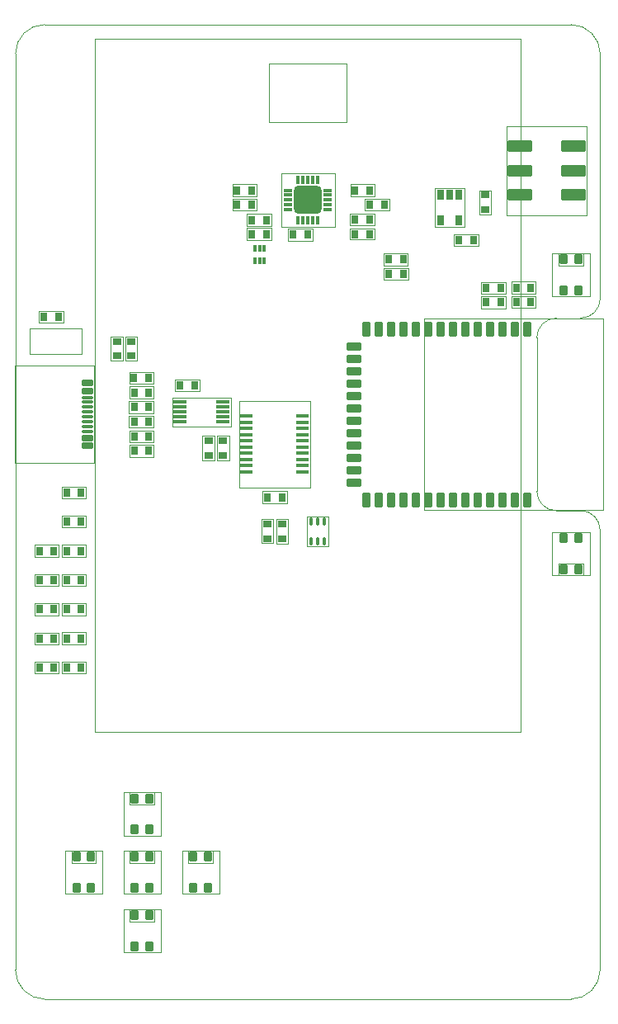
<source format=gtp>
G04*
G04 #@! TF.GenerationSoftware,Altium Limited,Altium Designer,22.10.1 (41)*
G04*
G04 Layer_Color=8421504*
%FSLAX44Y44*%
%MOMM*%
G71*
G04*
G04 #@! TF.SameCoordinates,9034F27D-8993-4B38-BF2F-AE75C4F05548*
G04*
G04*
G04 #@! TF.FilePolarity,Positive*
G04*
G01*
G75*
%ADD11C,0.1000*%
G04:AMPARAMS|DCode=13|XSize=0.7mm|YSize=0.9mm|CornerRadius=0.0875mm|HoleSize=0mm|Usage=FLASHONLY|Rotation=0.000|XOffset=0mm|YOffset=0mm|HoleType=Round|Shape=RoundedRectangle|*
%AMROUNDEDRECTD13*
21,1,0.7000,0.7250,0,0,0.0*
21,1,0.5250,0.9000,0,0,0.0*
1,1,0.1750,0.2625,-0.3625*
1,1,0.1750,-0.2625,-0.3625*
1,1,0.1750,-0.2625,0.3625*
1,1,0.1750,0.2625,0.3625*
%
%ADD13ROUNDEDRECTD13*%
G04:AMPARAMS|DCode=14|XSize=1.5mm|YSize=0.9mm|CornerRadius=0.1125mm|HoleSize=0mm|Usage=FLASHONLY|Rotation=270.000|XOffset=0mm|YOffset=0mm|HoleType=Round|Shape=RoundedRectangle|*
%AMROUNDEDRECTD14*
21,1,1.5000,0.6750,0,0,270.0*
21,1,1.2750,0.9000,0,0,270.0*
1,1,0.2250,-0.3375,-0.6375*
1,1,0.2250,-0.3375,0.6375*
1,1,0.2250,0.3375,0.6375*
1,1,0.2250,0.3375,-0.6375*
%
%ADD14ROUNDEDRECTD14*%
G04:AMPARAMS|DCode=15|XSize=1.5mm|YSize=0.9mm|CornerRadius=0.1125mm|HoleSize=0mm|Usage=FLASHONLY|Rotation=180.000|XOffset=0mm|YOffset=0mm|HoleType=Round|Shape=RoundedRectangle|*
%AMROUNDEDRECTD15*
21,1,1.5000,0.6750,0,0,180.0*
21,1,1.2750,0.9000,0,0,180.0*
1,1,0.2250,-0.6375,0.3375*
1,1,0.2250,0.6375,0.3375*
1,1,0.2250,0.6375,-0.3375*
1,1,0.2250,-0.6375,-0.3375*
%
%ADD15ROUNDEDRECTD15*%
G04:AMPARAMS|DCode=16|XSize=0.7mm|YSize=0.9mm|CornerRadius=0.0875mm|HoleSize=0mm|Usage=FLASHONLY|Rotation=90.000|XOffset=0mm|YOffset=0mm|HoleType=Round|Shape=RoundedRectangle|*
%AMROUNDEDRECTD16*
21,1,0.7000,0.7250,0,0,90.0*
21,1,0.5250,0.9000,0,0,90.0*
1,1,0.1750,0.3625,0.2625*
1,1,0.1750,0.3625,-0.2625*
1,1,0.1750,-0.3625,-0.2625*
1,1,0.1750,-0.3625,0.2625*
%
%ADD16ROUNDEDRECTD16*%
G04:AMPARAMS|DCode=17|XSize=2.8mm|YSize=2.8mm|CornerRadius=0.35mm|HoleSize=0mm|Usage=FLASHONLY|Rotation=180.000|XOffset=0mm|YOffset=0mm|HoleType=Round|Shape=RoundedRectangle|*
%AMROUNDEDRECTD17*
21,1,2.8000,2.1000,0,0,180.0*
21,1,2.1000,2.8000,0,0,180.0*
1,1,0.7000,-1.0500,1.0500*
1,1,0.7000,1.0500,1.0500*
1,1,0.7000,1.0500,-1.0500*
1,1,0.7000,-1.0500,-1.0500*
%
%ADD17ROUNDEDRECTD17*%
G04:AMPARAMS|DCode=18|XSize=0.9mm|YSize=0.3mm|CornerRadius=0.0375mm|HoleSize=0mm|Usage=FLASHONLY|Rotation=180.000|XOffset=0mm|YOffset=0mm|HoleType=Round|Shape=RoundedRectangle|*
%AMROUNDEDRECTD18*
21,1,0.9000,0.2250,0,0,180.0*
21,1,0.8250,0.3000,0,0,180.0*
1,1,0.0750,-0.4125,0.1125*
1,1,0.0750,0.4125,0.1125*
1,1,0.0750,0.4125,-0.1125*
1,1,0.0750,-0.4125,-0.1125*
%
%ADD18ROUNDEDRECTD18*%
G04:AMPARAMS|DCode=19|XSize=0.9mm|YSize=0.3mm|CornerRadius=0.0375mm|HoleSize=0mm|Usage=FLASHONLY|Rotation=90.000|XOffset=0mm|YOffset=0mm|HoleType=Round|Shape=RoundedRectangle|*
%AMROUNDEDRECTD19*
21,1,0.9000,0.2250,0,0,90.0*
21,1,0.8250,0.3000,0,0,90.0*
1,1,0.0750,0.1125,0.4125*
1,1,0.0750,0.1125,-0.4125*
1,1,0.0750,-0.1125,-0.4125*
1,1,0.0750,-0.1125,0.4125*
%
%ADD19ROUNDEDRECTD19*%
G04:AMPARAMS|DCode=20|XSize=0.4mm|YSize=1.27mm|CornerRadius=0.05mm|HoleSize=0mm|Usage=FLASHONLY|Rotation=270.000|XOffset=0mm|YOffset=0mm|HoleType=Round|Shape=RoundedRectangle|*
%AMROUNDEDRECTD20*
21,1,0.4000,1.1700,0,0,270.0*
21,1,0.3000,1.2700,0,0,270.0*
1,1,0.1000,-0.5850,-0.1500*
1,1,0.1000,-0.5850,0.1500*
1,1,0.1000,0.5850,0.1500*
1,1,0.1000,0.5850,-0.1500*
%
%ADD20ROUNDEDRECTD20*%
G04:AMPARAMS|DCode=21|XSize=0.3mm|YSize=0.8mm|CornerRadius=0.0375mm|HoleSize=0mm|Usage=FLASHONLY|Rotation=0.000|XOffset=0mm|YOffset=0mm|HoleType=Round|Shape=RoundedRectangle|*
%AMROUNDEDRECTD21*
21,1,0.3000,0.7250,0,0,0.0*
21,1,0.2250,0.8000,0,0,0.0*
1,1,0.0750,0.1125,-0.3625*
1,1,0.0750,-0.1125,-0.3625*
1,1,0.0750,-0.1125,0.3625*
1,1,0.0750,0.1125,0.3625*
%
%ADD21ROUNDEDRECTD21*%
G04:AMPARAMS|DCode=22|XSize=1.1mm|YSize=0.6mm|CornerRadius=0.075mm|HoleSize=0mm|Usage=FLASHONLY|Rotation=90.000|XOffset=0mm|YOffset=0mm|HoleType=Round|Shape=RoundedRectangle|*
%AMROUNDEDRECTD22*
21,1,1.1000,0.4500,0,0,90.0*
21,1,0.9500,0.6000,0,0,90.0*
1,1,0.1500,0.2250,0.4750*
1,1,0.1500,0.2250,-0.4750*
1,1,0.1500,-0.2250,-0.4750*
1,1,0.1500,-0.2250,0.4750*
%
%ADD22ROUNDEDRECTD22*%
G04:AMPARAMS|DCode=23|XSize=0.3mm|YSize=0.67mm|CornerRadius=0.0375mm|HoleSize=0mm|Usage=FLASHONLY|Rotation=0.000|XOffset=0mm|YOffset=0mm|HoleType=Round|Shape=RoundedRectangle|*
%AMROUNDEDRECTD23*
21,1,0.3000,0.5950,0,0,0.0*
21,1,0.2250,0.6700,0,0,0.0*
1,1,0.0750,0.1125,-0.2975*
1,1,0.0750,-0.1125,-0.2975*
1,1,0.0750,-0.1125,0.2975*
1,1,0.0750,0.1125,0.2975*
%
%ADD23ROUNDEDRECTD23*%
G04:AMPARAMS|DCode=24|XSize=0.6mm|YSize=1.15mm|CornerRadius=0.075mm|HoleSize=0mm|Usage=FLASHONLY|Rotation=270.000|XOffset=0mm|YOffset=0mm|HoleType=Round|Shape=RoundedRectangle|*
%AMROUNDEDRECTD24*
21,1,0.6000,1.0000,0,0,270.0*
21,1,0.4500,1.1500,0,0,270.0*
1,1,0.1500,-0.5000,-0.2250*
1,1,0.1500,-0.5000,0.2250*
1,1,0.1500,0.5000,0.2250*
1,1,0.1500,0.5000,-0.2250*
%
%ADD24ROUNDEDRECTD24*%
G04:AMPARAMS|DCode=25|XSize=0.3mm|YSize=1.15mm|CornerRadius=0.0375mm|HoleSize=0mm|Usage=FLASHONLY|Rotation=270.000|XOffset=0mm|YOffset=0mm|HoleType=Round|Shape=RoundedRectangle|*
%AMROUNDEDRECTD25*
21,1,0.3000,1.0750,0,0,270.0*
21,1,0.2250,1.1500,0,0,270.0*
1,1,0.0750,-0.5375,-0.1125*
1,1,0.0750,-0.5375,0.1125*
1,1,0.0750,0.5375,0.1125*
1,1,0.0750,0.5375,-0.1125*
%
%ADD25ROUNDEDRECTD25*%
G04:AMPARAMS|DCode=26|XSize=1.2mm|YSize=2.5mm|CornerRadius=0.15mm|HoleSize=0mm|Usage=FLASHONLY|Rotation=270.000|XOffset=0mm|YOffset=0mm|HoleType=Round|Shape=RoundedRectangle|*
%AMROUNDEDRECTD26*
21,1,1.2000,2.2000,0,0,270.0*
21,1,0.9000,2.5000,0,0,270.0*
1,1,0.3000,-1.1000,-0.4500*
1,1,0.3000,-1.1000,0.4500*
1,1,0.3000,1.1000,0.4500*
1,1,0.3000,1.1000,-0.4500*
%
%ADD26ROUNDEDRECTD26*%
G04:AMPARAMS|DCode=27|XSize=1.2mm|YSize=2.5001mm|CornerRadius=0.15mm|HoleSize=0mm|Usage=FLASHONLY|Rotation=270.000|XOffset=0mm|YOffset=0mm|HoleType=Round|Shape=RoundedRectangle|*
%AMROUNDEDRECTD27*
21,1,1.2000,2.2001,0,0,270.0*
21,1,0.9000,2.5001,0,0,270.0*
1,1,0.3000,-1.1001,-0.4500*
1,1,0.3000,-1.1001,0.4500*
1,1,0.3000,1.1001,0.4500*
1,1,0.3000,1.1001,-0.4500*
%
%ADD27ROUNDEDRECTD27*%
G04:AMPARAMS|DCode=28|XSize=0.3mm|YSize=1.4mm|CornerRadius=0.0375mm|HoleSize=0mm|Usage=FLASHONLY|Rotation=270.000|XOffset=0mm|YOffset=0mm|HoleType=Round|Shape=RoundedRectangle|*
%AMROUNDEDRECTD28*
21,1,0.3000,1.3250,0,0,270.0*
21,1,0.2250,1.4000,0,0,270.0*
1,1,0.0750,-0.6625,-0.1125*
1,1,0.0750,-0.6625,0.1125*
1,1,0.0750,0.6625,0.1125*
1,1,0.0750,0.6625,-0.1125*
%
%ADD28ROUNDEDRECTD28*%
G04:AMPARAMS|DCode=29|XSize=1mm|YSize=0.9mm|CornerRadius=0.1125mm|HoleSize=0mm|Usage=FLASHONLY|Rotation=90.000|XOffset=0mm|YOffset=0mm|HoleType=Round|Shape=RoundedRectangle|*
%AMROUNDEDRECTD29*
21,1,1.0000,0.6750,0,0,90.0*
21,1,0.7750,0.9000,0,0,90.0*
1,1,0.2250,0.3375,0.3875*
1,1,0.2250,0.3375,-0.3875*
1,1,0.2250,-0.3375,-0.3875*
1,1,0.2250,-0.3375,0.3875*
%
%ADD29ROUNDEDRECTD29*%
D11*
X535000Y521250D02*
G03*
X555000Y501250I20000J0D01*
G01*
X555000Y698750D02*
G03*
X535000Y678750I0J-20000D01*
G01*
X600000Y481250D02*
G03*
X580000Y501250I-20000J0D01*
G01*
X580000Y698750D02*
G03*
X600000Y718750I0J20000D01*
G01*
X600000Y970000D02*
G03*
X570000Y1000000I-30000J0D01*
G01*
Y0D02*
G03*
X600000Y30000I0J30000D01*
G01*
X30000Y1000000D02*
G03*
X0Y970000I0J-30000D01*
G01*
Y30000D02*
G03*
X30000Y0I30000J0D01*
G01*
X535000Y521250D02*
Y678750D01*
X535000D01*
X555000Y501250D02*
X580000D01*
X555000Y698750D02*
X580000D01*
X600000Y30000D02*
Y481250D01*
X600000D01*
X600000Y718750D02*
Y970000D01*
X0Y30000D02*
Y970000D01*
X30000Y0D02*
X570000D01*
X30000Y1000000D02*
X570000D01*
X47373Y513872D02*
X72500D01*
X47373Y526001D02*
X72500D01*
Y513872D02*
Y526001D01*
X47373Y513872D02*
Y526001D01*
X19310Y453809D02*
Y466001D01*
X44500Y453809D02*
Y466001D01*
X19310D02*
X44500D01*
X19310Y453809D02*
X44500D01*
X19310Y423809D02*
Y436001D01*
X44500Y423809D02*
Y436001D01*
X19310D02*
X44500D01*
X19310Y423809D02*
X44500D01*
X19310Y393809D02*
Y406001D01*
X44500Y393809D02*
Y406001D01*
X19310D02*
X44500D01*
X19310Y393809D02*
X44500D01*
X44691Y333999D02*
Y346191D01*
X19500Y333999D02*
Y346191D01*
Y333999D02*
X44691D01*
X19500Y346191D02*
X44691D01*
Y363999D02*
Y376191D01*
X19500Y363999D02*
Y376191D01*
Y363999D02*
X44691D01*
X19500Y376191D02*
X44691D01*
X419310Y698316D02*
X603000D01*
X419310Y501875D02*
X603000D01*
Y698316D01*
X419310Y501875D02*
Y698316D01*
X488128Y804873D02*
Y830000D01*
X475999Y804873D02*
Y830000D01*
X488128D01*
X475999Y804873D02*
X488128D01*
X343400Y806128D02*
X368527D01*
X343400Y793999D02*
X368527D01*
X343400D02*
Y806128D01*
X368527Y793999D02*
Y806128D01*
X343400Y779500D02*
X368400D01*
X343400Y790500D02*
X368400D01*
Y779500D02*
Y790500D01*
X343400Y779500D02*
Y790500D01*
X378191Y750223D02*
X403127D01*
X378191Y737999D02*
X403127D01*
X378191D02*
Y750223D01*
X403127Y737999D02*
Y750223D01*
X237691Y791223D02*
X262627D01*
X237691Y778999D02*
X262627D01*
X237691D02*
Y791223D01*
X262627Y778999D02*
Y791223D01*
X47373Y453777D02*
Y466001D01*
X72309Y453777D02*
Y466001D01*
X47373D02*
X72309D01*
X47373Y453777D02*
X72309D01*
X47373Y393777D02*
Y406001D01*
X72309Y393777D02*
Y406001D01*
X47373D02*
X72309D01*
X47373Y393777D02*
X72309D01*
X327500Y792500D02*
Y847500D01*
X272500Y792500D02*
Y847500D01*
Y792500D02*
X327500D01*
X272500Y847500D02*
X327500D01*
X260000Y900000D02*
Y960000D01*
X340000Y900000D02*
Y960000D01*
X260000Y900000D02*
X340000D01*
X260000Y960000D02*
X340000D01*
X81500Y274500D02*
X518500D01*
X81500Y985500D02*
X518500D01*
X81500Y274500D02*
Y985500D01*
X518500Y274500D02*
Y985500D01*
X47373Y483777D02*
Y496001D01*
X72309Y483777D02*
Y496001D01*
X47373D02*
X72309D01*
X47373Y483777D02*
X72309D01*
X582627Y434872D02*
Y447001D01*
X557500Y434872D02*
Y447001D01*
X582627D01*
X557500Y434872D02*
X582627D01*
Y752872D02*
Y765001D01*
X557500Y752872D02*
Y765001D01*
X582627D01*
X557500Y752872D02*
X582627D01*
X229750Y525095D02*
X302500D01*
X229750Y614095D02*
X302500D01*
X229750Y525095D02*
Y614095D01*
X302500Y525095D02*
Y614095D01*
X189127Y623999D02*
Y636128D01*
X164000Y623999D02*
Y636128D01*
Y623999D02*
X189127D01*
X164000Y636128D02*
X189127D01*
X299000Y464500D02*
Y495500D01*
X321000Y464500D02*
Y495500D01*
X299000D02*
X321000D01*
X299000Y464500D02*
X321000D01*
X97999Y655000D02*
X110000D01*
X97999Y680000D02*
X110000D01*
X97999Y655000D02*
Y680000D01*
X110000Y655000D02*
Y680000D01*
X279873Y778372D02*
Y790501D01*
X305000Y778372D02*
Y790501D01*
X279873D02*
X305000D01*
X279873Y778372D02*
X305000D01*
X262627Y793499D02*
Y805628D01*
X237500Y793499D02*
Y805628D01*
Y793499D02*
X262627D01*
X237500Y805628D02*
X262627D01*
X449873Y772622D02*
Y784751D01*
X475000Y772622D02*
Y784751D01*
X449873D02*
X475000D01*
X449873Y772622D02*
X475000D01*
X82627Y139872D02*
Y152001D01*
X57500Y139872D02*
Y152001D01*
X82627D01*
X57500Y139872D02*
X82627D01*
X202627D02*
Y152001D01*
X177500Y139872D02*
Y152001D01*
X202627D01*
X177500Y139872D02*
X202627D01*
X142627D02*
Y152001D01*
X117500Y139872D02*
Y152001D01*
X142627D01*
X117500Y139872D02*
X142627D01*
Y199872D02*
Y212001D01*
X117500Y199872D02*
Y212001D01*
X142627D01*
X117500Y199872D02*
X142627D01*
Y79872D02*
Y92001D01*
X117500Y79872D02*
Y92001D01*
X142627D01*
X117500Y79872D02*
X142627D01*
X206999Y552643D02*
X219128D01*
X206999Y577770D02*
X219128D01*
X206999Y552643D02*
Y577770D01*
X219128Y552643D02*
Y577770D01*
X191999Y552643D02*
X204128D01*
X191999Y577770D02*
X204128D01*
X191999Y552643D02*
Y577770D01*
X204128Y552643D02*
Y577770D01*
X533927Y723999D02*
Y736128D01*
X508800Y723999D02*
Y736128D01*
Y723999D02*
X533927D01*
X508800Y736128D02*
X533927D01*
Y708999D02*
Y721128D01*
X508800Y708999D02*
Y721128D01*
Y708999D02*
X533927D01*
X508800Y721128D02*
X533927D01*
X477973Y708872D02*
Y721001D01*
X503100Y708872D02*
Y721001D01*
X477973D02*
X503100D01*
X477973Y708872D02*
X503100D01*
X141877Y571499D02*
Y583628D01*
X116750Y571499D02*
Y583628D01*
Y571499D02*
X141877D01*
X116750Y583628D02*
X141877D01*
Y616499D02*
Y628628D01*
X116750Y616499D02*
Y628628D01*
Y616499D02*
X141877D01*
X116750Y628628D02*
X141877D01*
X253623Y508872D02*
Y521001D01*
X278750Y508872D02*
Y521001D01*
X253623D02*
X278750D01*
X253623Y508872D02*
X278750D01*
X112872Y680127D02*
X125001D01*
X112872Y655000D02*
X125001D01*
Y680127D01*
X112872Y655000D02*
Y680127D01*
X430309Y832190D02*
X460500D01*
X430309Y792000D02*
X460500D01*
Y832190D01*
X430309Y792000D02*
Y832190D01*
X368527Y823999D02*
Y836223D01*
X343591Y823999D02*
Y836223D01*
Y823999D02*
X368527D01*
X343591Y836223D02*
X368527D01*
X247627Y808999D02*
Y821223D01*
X222691Y808999D02*
Y821223D01*
Y808999D02*
X247627D01*
X222691Y821223D02*
X247627D01*
X383527Y808999D02*
Y821223D01*
X358591Y808999D02*
Y821223D01*
Y808999D02*
X383527D01*
X358591Y821223D02*
X383527D01*
X247627Y823999D02*
Y836223D01*
X222691Y823999D02*
Y836223D01*
Y823999D02*
X247627D01*
X222691Y836223D02*
X247627D01*
X377873Y752777D02*
Y765001D01*
X402809Y752777D02*
Y765001D01*
X377873D02*
X402809D01*
X377873Y752777D02*
X402809D01*
X477973Y723777D02*
Y736001D01*
X502910Y723777D02*
Y736001D01*
X477973D02*
X502910D01*
X477973Y723777D02*
X502910D01*
X72627Y333999D02*
Y346223D01*
X47691Y333999D02*
Y346223D01*
Y333999D02*
X72627D01*
X47691Y346223D02*
X72627D01*
X116623Y586277D02*
Y598501D01*
X141559Y586277D02*
Y598501D01*
X116623D02*
X141559D01*
X116623Y586277D02*
X141559D01*
X116623Y601277D02*
Y613501D01*
X141559Y601277D02*
Y613501D01*
X116623D02*
X141559D01*
X116623Y601277D02*
X141559D01*
X141877Y556499D02*
Y568723D01*
X116941Y556499D02*
Y568723D01*
Y556499D02*
X141877D01*
X116941Y568723D02*
X141877D01*
X141627Y631499D02*
Y643723D01*
X116691Y631499D02*
Y643723D01*
Y631499D02*
X141627D01*
X116691Y643723D02*
X141627D01*
X24173Y693777D02*
Y706001D01*
X49110Y693777D02*
Y706001D01*
X24173D02*
X49110D01*
X24173Y693777D02*
X49110D01*
X72627Y363999D02*
Y376223D01*
X47691Y363999D02*
Y376223D01*
Y363999D02*
X72627D01*
X47691Y376223D02*
X72627D01*
X47373Y423777D02*
Y436001D01*
X72309Y423777D02*
Y436001D01*
X47373D02*
X72309D01*
X47373Y423777D02*
X72309D01*
X252527Y492627D02*
X264751D01*
X252527Y467691D02*
X264751D01*
Y492627D01*
X252527Y467691D02*
Y492627D01*
X267749Y467373D02*
X279973D01*
X267749Y492309D02*
X279973D01*
X267749Y467373D02*
Y492309D01*
X279973Y467373D02*
Y492309D01*
X-225Y650127D02*
X80775D01*
X-225Y550000D02*
X80775D01*
Y650127D01*
X-225Y550000D02*
Y650127D01*
X504000Y804000D02*
X586000D01*
X504000Y896000D02*
X586000D01*
X504000Y804000D02*
Y896000D01*
X586000Y804000D02*
Y896000D01*
X161000Y617500D02*
X221000D01*
X161000Y587500D02*
X221000D01*
Y617500D01*
X161000Y587500D02*
Y617500D01*
X551000Y720873D02*
X589127D01*
X551000Y765000D02*
X589127D01*
X551000Y720873D02*
Y765000D01*
X589127Y720873D02*
Y765000D01*
X551000Y434873D02*
X589127D01*
X551000Y479000D02*
X589127D01*
X551000Y434873D02*
Y479000D01*
X589127Y434873D02*
Y479000D01*
X51000Y107873D02*
X89127D01*
X51000Y152000D02*
X89127D01*
X51000Y107873D02*
Y152000D01*
X89127Y107873D02*
Y152000D01*
X171000Y107873D02*
X209127D01*
X171000Y152000D02*
X209127D01*
X171000Y107873D02*
Y152000D01*
X209127Y107873D02*
Y152000D01*
X111000Y107873D02*
X149127D01*
X111000Y152000D02*
X149127D01*
X111000Y107873D02*
Y152000D01*
X149127Y107873D02*
Y152000D01*
X111000Y167873D02*
X149127D01*
X111000Y212000D02*
X149127D01*
X111000Y167873D02*
Y212000D01*
X149127Y167873D02*
Y212000D01*
X111000Y47873D02*
X149127D01*
X111000Y92000D02*
X149127D01*
X111000Y47873D02*
Y92000D01*
X149127Y47873D02*
Y92000D01*
X14750Y688250D02*
X68375D01*
X14750Y661750D02*
X68375D01*
Y688250D01*
X14750Y661750D02*
Y688250D01*
D13*
X52500Y520000D02*
D03*
X67500D02*
D03*
X39500Y460000D02*
D03*
X24500D02*
D03*
Y430000D02*
D03*
X39500D02*
D03*
Y400000D02*
D03*
X24500D02*
D03*
X39500Y340000D02*
D03*
X24500D02*
D03*
Y370000D02*
D03*
X39500D02*
D03*
X363400Y800000D02*
D03*
X348400D02*
D03*
X363400Y785000D02*
D03*
X348400D02*
D03*
X383000Y744000D02*
D03*
X398000D02*
D03*
X242500Y785000D02*
D03*
X257500D02*
D03*
X52500Y460000D02*
D03*
X67500D02*
D03*
X52500Y400000D02*
D03*
X67500D02*
D03*
X52500Y490000D02*
D03*
X67500D02*
D03*
X169000Y630000D02*
D03*
X184000D02*
D03*
X300000Y784500D02*
D03*
X285000D02*
D03*
X242500Y799500D02*
D03*
X257500D02*
D03*
X470000Y778750D02*
D03*
X455000D02*
D03*
X513800Y730000D02*
D03*
X528800D02*
D03*
X513800Y715000D02*
D03*
X528800D02*
D03*
X498100D02*
D03*
X483100D02*
D03*
X121750Y577500D02*
D03*
X136750D02*
D03*
X121750Y622500D02*
D03*
X136750D02*
D03*
X273750Y515000D02*
D03*
X258750D02*
D03*
X363400Y830000D02*
D03*
X348400D02*
D03*
X242500Y815000D02*
D03*
X227500D02*
D03*
X378400D02*
D03*
X363400D02*
D03*
X242500Y830000D02*
D03*
X227500D02*
D03*
X383000Y759000D02*
D03*
X398000D02*
D03*
X483100Y730000D02*
D03*
X498100D02*
D03*
X67500Y340000D02*
D03*
X52500D02*
D03*
X121750Y592500D02*
D03*
X136750D02*
D03*
X121750Y607500D02*
D03*
X136750D02*
D03*
Y562500D02*
D03*
X121750D02*
D03*
X136500Y637500D02*
D03*
X121500D02*
D03*
X29300Y700000D02*
D03*
X44300D02*
D03*
X67500Y370000D02*
D03*
X52500D02*
D03*
Y430000D02*
D03*
X67500D02*
D03*
D14*
X525000Y687500D02*
D03*
X512300D02*
D03*
X499600D02*
D03*
X486900D02*
D03*
X474200D02*
D03*
X461500D02*
D03*
X448800D02*
D03*
X436100D02*
D03*
X423400D02*
D03*
X410700D02*
D03*
X398000D02*
D03*
X385300D02*
D03*
X372600D02*
D03*
X359900D02*
D03*
Y512500D02*
D03*
X372600D02*
D03*
X385300D02*
D03*
X398000D02*
D03*
X410700D02*
D03*
X423400D02*
D03*
X436100D02*
D03*
X448800D02*
D03*
X461500D02*
D03*
X474200D02*
D03*
X486900D02*
D03*
X499600D02*
D03*
X512300D02*
D03*
X525000D02*
D03*
D15*
X347430Y669850D02*
D03*
Y657150D02*
D03*
Y644450D02*
D03*
Y631750D02*
D03*
Y619050D02*
D03*
Y606350D02*
D03*
Y593650D02*
D03*
Y580950D02*
D03*
Y568250D02*
D03*
Y555550D02*
D03*
Y542850D02*
D03*
Y530150D02*
D03*
D16*
X482000Y810000D02*
D03*
Y825000D02*
D03*
X104000Y660000D02*
D03*
Y675000D02*
D03*
X213000Y572770D02*
D03*
Y557770D02*
D03*
X198000Y572770D02*
D03*
Y557770D02*
D03*
X119000Y660000D02*
D03*
Y675000D02*
D03*
X258750Y487500D02*
D03*
Y472500D02*
D03*
X273750D02*
D03*
Y487500D02*
D03*
D17*
X300000Y820000D02*
D03*
D18*
X279500D02*
D03*
Y815000D02*
D03*
Y825000D02*
D03*
Y830000D02*
D03*
Y810000D02*
D03*
X320500Y820000D02*
D03*
Y825000D02*
D03*
Y815000D02*
D03*
Y810000D02*
D03*
Y830000D02*
D03*
D19*
X300000Y840500D02*
D03*
X295000D02*
D03*
X305000D02*
D03*
X310000D02*
D03*
X290000D02*
D03*
X300000Y799500D02*
D03*
X305000D02*
D03*
X295000D02*
D03*
X290000D02*
D03*
X310000D02*
D03*
D20*
X294952Y598170D02*
D03*
Y591820D02*
D03*
Y585470D02*
D03*
Y579120D02*
D03*
Y572770D02*
D03*
X237548D02*
D03*
Y579120D02*
D03*
Y585470D02*
D03*
Y591820D02*
D03*
Y598170D02*
D03*
X294952Y541020D02*
D03*
Y547370D02*
D03*
Y553720D02*
D03*
Y560070D02*
D03*
Y566420D02*
D03*
X237548D02*
D03*
Y560070D02*
D03*
Y553720D02*
D03*
Y547370D02*
D03*
Y541020D02*
D03*
D21*
X303500Y490000D02*
D03*
X310000D02*
D03*
X316500D02*
D03*
X303500Y470000D02*
D03*
X310000D02*
D03*
X316500D02*
D03*
D22*
X455000Y799000D02*
D03*
X436000D02*
D03*
Y825000D02*
D03*
X455000D02*
D03*
X445500D02*
D03*
D23*
X245500Y770500D02*
D03*
X250500D02*
D03*
X255500D02*
D03*
X250500Y757800D02*
D03*
X255500D02*
D03*
X245500D02*
D03*
D24*
X73775Y568000D02*
D03*
Y624000D02*
D03*
Y576000D02*
D03*
Y632000D02*
D03*
D25*
Y587500D02*
D03*
Y592500D02*
D03*
Y597500D02*
D03*
Y602500D02*
D03*
Y607500D02*
D03*
Y612500D02*
D03*
Y617500D02*
D03*
Y582500D02*
D03*
D26*
X572500Y850000D02*
D03*
Y825000D02*
D03*
Y875000D02*
D03*
D27*
X517500Y825000D02*
D03*
Y875000D02*
D03*
Y850000D02*
D03*
D28*
X213000Y592500D02*
D03*
Y597500D02*
D03*
Y602500D02*
D03*
Y607500D02*
D03*
Y612500D02*
D03*
X169000Y592500D02*
D03*
Y597500D02*
D03*
Y602500D02*
D03*
Y607500D02*
D03*
Y612500D02*
D03*
D29*
X562500Y727000D02*
D03*
X577500D02*
D03*
X562500Y759000D02*
D03*
X577500D02*
D03*
X562500Y441000D02*
D03*
X577500D02*
D03*
X562500Y473000D02*
D03*
X577500D02*
D03*
X62500Y114000D02*
D03*
X77500D02*
D03*
X62500Y146000D02*
D03*
X77500D02*
D03*
X182500Y114000D02*
D03*
X197500D02*
D03*
X182500Y146000D02*
D03*
X197500D02*
D03*
X122500Y114000D02*
D03*
X137500D02*
D03*
X122500Y146000D02*
D03*
X137500D02*
D03*
X122500Y174000D02*
D03*
X137500D02*
D03*
X122500Y206000D02*
D03*
X137500D02*
D03*
X122500Y54000D02*
D03*
X137500D02*
D03*
X122500Y86000D02*
D03*
X137500D02*
D03*
M02*

</source>
